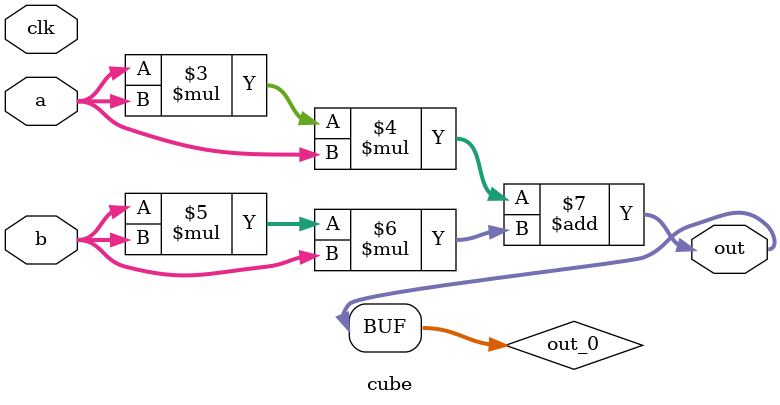
<source format=v>

module cube(
    input wire clk,
    input wire [31:0] a,
    input wire [31:0] b,
    output wire [31:0] out
);
    
    reg [31:0] out_0;
    always @(posedge clk) begin
        
    end
    assign out = out_0;
    
    
    always @(*) begin
        out_0 <= (a * a * a) + (b * b * b);
    end
    
endmodule
        
</source>
